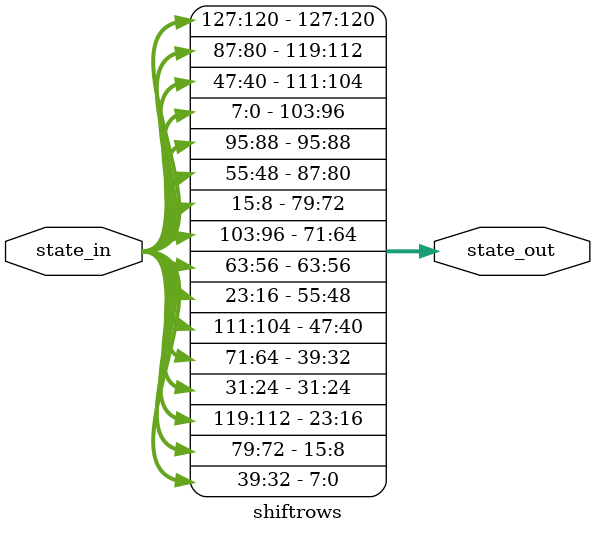
<source format=sv>
module shiftrows (
    input logic [127:0] state_in,    //state input
    output logic [127:0] state_out   //state output
);
    //Non-shift
    assign state_out[127:120] = state_in[127:120];
    assign state_out[119:112] = state_in[87:80];
    assign state_out[111:104] = state_in[47:40];
    assign state_out[103:96] = state_in[7:0];

    assign state_out[95:88] = state_in[95:88];
    assign state_out[87:80] = state_in[55:48];
    assign state_out[79:72] = state_in[15:8];
    assign state_out[71:64] = state_in[103:96];
    
    assign state_out[63:56] = state_in[63:56];
    assign state_out[55:48] = state_in[23:16];
    assign state_out[47:40] = state_in[111:104];
    assign state_out[39:32] = state_in[71:64];
    
    assign state_out[31:24] = state_in[31:24];
    assign state_out[23:16] = state_in[119:112];
    assign state_out[15:8]  = state_in[79:72];
    assign state_out[7:0]   = state_in[39:32];
    

endmodule

</source>
